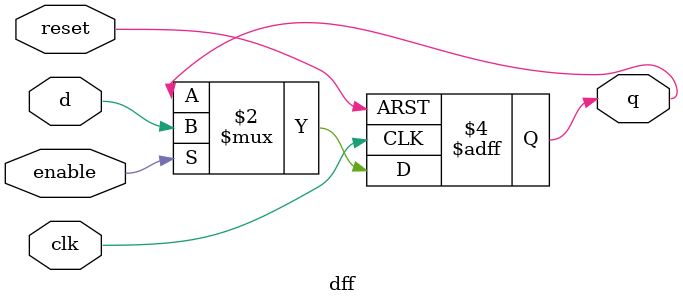
<source format=v>
module dff (
    input clk,
    input reset,
    input enable,
    input d,
    output reg q
);
    always @(posedge clk or posedge reset) begin
        if (reset)
            q <= 0;
        else if (enable)
            q <= d;
    end
endmodule

</source>
